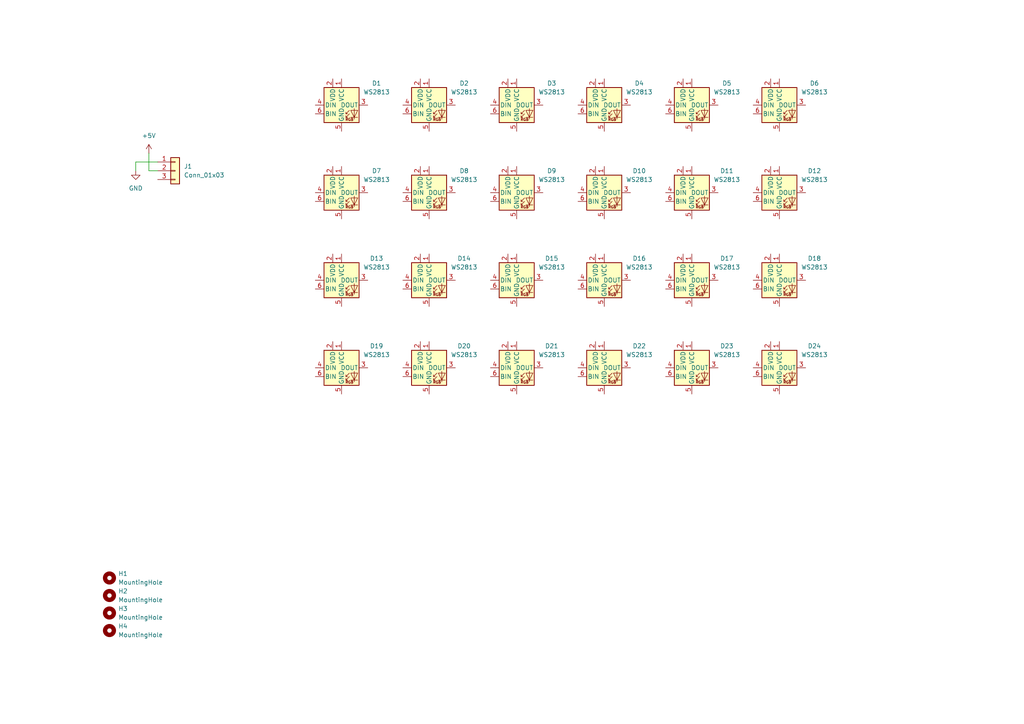
<source format=kicad_sch>
(kicad_sch (version 20231120) (generator "eeschema") (generator_version "8.0")
  (paper "A4")
  (lib_symbols
    (symbol "Connector_Generic:Conn_01x03" (pin_names (offset 1.016) hide)
      (property "Reference" "J" (at 0 5.08 0))
      (property "Value" "Conn_01x03" (at 0 -5.08 0))
      (symbol "Conn_01x03_1_1"
        (rectangle (start -1.27 -2.413) (end 0 -2.667) (stroke (width 0.1524)))
        (rectangle (start -1.27 0.127) (end 0 -0.127) (stroke (width 0.1524)))
        (rectangle (start -1.27 2.667) (end 0 2.413) (stroke (width 0.1524)))
        (rectangle (start -1.27 3.81) (end 1.27 -3.81) (stroke (width 0.254)) (fill (type background)))
        (pin passive line (at -5.08 2.54 0) (length 3.81) (name "Pin_1") (number "1"))
        (pin passive line (at -5.08 0 0) (length 3.81) (name "Pin_2") (number "2"))
        (pin passive line (at -5.08 -2.54 0) (length 3.81) (name "Pin_3") (number "3"))
      )
    )
    (symbol "LED:WS2813" (pin_names (offset 0.254))
      (property "Reference" "D" (at 5.08 5.715 0))
      (property "Value" "WS2813" (at 1.27 -5.715 0))
      (symbol "WS2813_0_0"
        (text "RGB" (at 2.286 -4.191 0) (effects (font (size 0.762 0.762))))
      )
      (symbol "WS2813_0_1"
        (polyline (pts (xy 1.27 -3.556) (xy 1.778 -3.556)))
        (polyline (pts (xy 1.27 -2.54) (xy 1.778 -2.54)))
        (polyline (pts (xy 4.699 -3.556) (xy 2.667 -3.556)))
        (polyline (pts (xy 2.286 -2.54) (xy 1.27 -3.556) (xy 1.27 -3.048)))
        (polyline (pts (xy 2.286 -1.524) (xy 1.27 -2.54) (xy 1.27 -2.032)))
        (polyline (pts (xy 3.683 -1.016) (xy 3.683 -3.556) (xy 3.683 -4.064)))
        (polyline (pts (xy 4.699 -1.524) (xy 2.667 -1.524) (xy 3.683 -3.556) (xy 4.699 -1.524)))
        (rectangle (start 5.08 5.08) (end -5.08 -5.08) (stroke (width 0.254)) (fill (type background)))
      )
      (symbol "WS2813_1_1"
        (pin power_in line (at 0 7.62 270) (length 2.54) (name "VCC") (number "1"))
        (pin power_in line (at -2.54 7.62 270) (length 2.54) (name "VDD") (number "2"))
        (pin output line (at 7.62 0 180) (length 2.54) (name "DOUT") (number "3"))
        (pin input line (at -7.62 0 0) (length 2.54) (name "DIN") (number "4"))
        (pin power_in line (at 0 -7.62 90) (length 2.54) (name "GND") (number "5"))
        (pin input line (at -7.62 -2.54 0) (length 2.54) (name "BIN") (number "6"))
      )
    )
    (symbol "Mechanical:MountingHole" (pin_names (offset 1.016)) (exclude_from_sim yes) (in_bom no)
      (property "Reference" "H" (at 0 5.08 0))
      (property "Value" "MountingHole" (at 0 3.175 0))
      (symbol "MountingHole_0_1"
        (circle (center 0 0) (radius 1.27) (stroke (width 1.27)))
      )
    )
    (symbol "power:+5V" (power) (pin_numbers hide) (pin_names (offset 0) hide)
      (property "Value" "+5V" (at 0 3.556 0))
      (symbol "+5V_0_1"
        (polyline (pts (xy -0.762 1.27) (xy 0 2.54)))
        (polyline (pts (xy 0 0) (xy 0 2.54)))
        (polyline (pts (xy 0 2.54) (xy 0.762 1.27)))
      )
      (symbol "+5V_1_1"
        (pin power_in line (at 0 0 90) (length 0) (name "~") (number "1"))
      )
    )
    (symbol "power:GND" (power) (pin_numbers hide) (pin_names (offset 0) hide)
      (property "Value" "GND" (at 0 -3.81 0))
      (symbol "GND_0_1"
        (polyline (pts (xy 0 0) (xy 0 -1.27) (xy 1.27 -1.27) (xy 0 -2.54) (xy -1.27 -1.27) (xy 0 -1.27)))
      )
      (symbol "GND_1_1"
        (pin power_in line (at 0 0 270) (length 0) (name "~") (number "1"))
      )
    )
  )
  (wire (pts (xy 45.72 49.53) (xy 43.18 49.53)))
  (wire (pts (xy 43.18 49.53) (xy 43.18 44.45)))
  (wire (pts (xy 39.37 46.99) (xy 39.37 49.53)))
  (wire (pts (xy 45.72 46.99) (xy 39.37 46.99)))
  (symbol (lib_id "LED:WS2813") (at 175.26 55.88 0) (unit 1)
    (property "Reference" "D10" (at 185.42 49.5614 0))
    (property "Value" "WS2813" (at 185.42 52.1014 0))
    (property "Footprint" "LED_SMD:LED_WS2812_PLCC6_5.0x5.0mm_P1.6mm" (effects (hide yes)))
    (property "Datasheet" "http://www.normandled.com/upload/201605/WS2813%20LED%20Datasheet.pdf" (effects (hide yes)))
    (property "Description" "RGB LED with integrated controller" (effects (hide yes)))
  )
  (symbol (lib_id "LED:WS2813") (at 149.86 55.88 0) (unit 1)
    (property "Reference" "D9" (at 160.02 49.5614 0))
    (property "Value" "WS2813" (at 160.02 52.1014 0))
    (property "Footprint" "LED_SMD:LED_WS2812_PLCC6_5.0x5.0mm_P1.6mm" (effects (hide yes)))
    (property "Datasheet" "http://www.normandled.com/upload/201605/WS2813%20LED%20Datasheet.pdf" (effects (hide yes)))
    (property "Description" "RGB LED with integrated controller" (effects (hide yes)))
  )
  (symbol (lib_id "LED:WS2813") (at 200.66 55.88 0) (unit 1)
    (property "Reference" "D11" (at 210.82 49.5614 0))
    (property "Value" "WS2813" (at 210.82 52.1014 0))
    (property "Footprint" "LED_SMD:LED_WS2812_PLCC6_5.0x5.0mm_P1.6mm" (effects (hide yes)))
    (property "Datasheet" "http://www.normandled.com/upload/201605/WS2813%20LED%20Datasheet.pdf" (effects (hide yes)))
    (property "Description" "RGB LED with integrated controller" (effects (hide yes)))
  )
  (symbol (lib_id "LED:WS2813") (at 226.06 81.28 0) (unit 1)
    (property "Reference" "D18" (at 236.22 74.9614 0))
    (property "Value" "WS2813" (at 236.22 77.5014 0))
    (property "Footprint" "LED_SMD:LED_WS2812_PLCC6_5.0x5.0mm_P1.6mm" (effects (hide yes)))
    (property "Datasheet" "http://www.normandled.com/upload/201605/WS2813%20LED%20Datasheet.pdf" (effects (hide yes)))
    (property "Description" "RGB LED with integrated controller" (effects (hide yes)))
  )
  (symbol (lib_id "LED:WS2813") (at 226.06 106.68 0) (unit 1)
    (property "Reference" "D24" (at 236.22 100.3614 0))
    (property "Value" "WS2813" (at 236.22 102.9014 0))
    (property "Footprint" "LED_SMD:LED_WS2812_PLCC6_5.0x5.0mm_P1.6mm" (effects (hide yes)))
    (property "Datasheet" "http://www.normandled.com/upload/201605/WS2813%20LED%20Datasheet.pdf" (effects (hide yes)))
    (property "Description" "RGB LED with integrated controller" (effects (hide yes)))
  )
  (symbol (lib_id "LED:WS2813") (at 200.66 106.68 0) (unit 1)
    (property "Reference" "D23" (at 210.82 100.3614 0))
    (property "Value" "WS2813" (at 210.82 102.9014 0))
    (property "Footprint" "LED_SMD:LED_WS2812_PLCC6_5.0x5.0mm_P1.6mm" (effects (hide yes)))
    (property "Datasheet" "http://www.normandled.com/upload/201605/WS2813%20LED%20Datasheet.pdf" (effects (hide yes)))
    (property "Description" "RGB LED with integrated controller" (effects (hide yes)))
  )
  (symbol (lib_id "power:+5V") (at 43.18 44.45 0) (unit 1)
    (property "Reference" "#PWR02" (effects (hide yes)))
    (property "Value" "+5V" (at 43.18 39.37 0))
    (property "Description" "Power symbol creates a global label with name \"+5V\"" (effects (hide yes)))
  )
  (symbol (lib_id "LED:WS2813") (at 149.86 106.68 0) (unit 1)
    (property "Reference" "D21" (at 160.02 100.3614 0))
    (property "Value" "WS2813" (at 160.02 102.9014 0))
    (property "Footprint" "LED_SMD:LED_WS2812_PLCC6_5.0x5.0mm_P1.6mm" (effects (hide yes)))
    (property "Datasheet" "http://www.normandled.com/upload/201605/WS2813%20LED%20Datasheet.pdf" (effects (hide yes)))
    (property "Description" "RGB LED with integrated controller" (effects (hide yes)))
  )
  (symbol (lib_id "LED:WS2813") (at 149.86 30.48 0) (unit 1)
    (property "Reference" "D3" (at 160.02 24.1614 0))
    (property "Value" "WS2813" (at 160.02 26.7014 0))
    (property "Footprint" "LED_SMD:LED_WS2812_PLCC6_5.0x5.0mm_P1.6mm" (effects (hide yes)))
    (property "Datasheet" "http://www.normandled.com/upload/201605/WS2813%20LED%20Datasheet.pdf" (effects (hide yes)))
    (property "Description" "RGB LED with integrated controller" (effects (hide yes)))
  )
  (symbol (lib_id "Connector_Generic:Conn_01x03") (at 50.8 49.53 0) (unit 1)
    (property "Reference" "J1" (at 53.34 48.2599 0) (effects (justify left)))
    (property "Value" "Conn_01x03" (at 53.34 50.7999 0) (effects (justify left)))
    (property "Footprint" "Connector_JST:JST_XH_B3B-XH-A_1x03_P2.50mm_Vertical" (effects (hide yes)))
    (property "Description" "Generic connector, single row, 01x03, script generated (kicad-library-utils/schlib/autogen/connector/)" (effects (hide yes)))
  )
  (symbol (lib_id "LED:WS2813") (at 124.46 106.68 0) (unit 1)
    (property "Reference" "D20" (at 134.62 100.3614 0))
    (property "Value" "WS2813" (at 134.62 102.9014 0))
    (property "Footprint" "LED_SMD:LED_WS2812_PLCC6_5.0x5.0mm_P1.6mm" (effects (hide yes)))
    (property "Datasheet" "http://www.normandled.com/upload/201605/WS2813%20LED%20Datasheet.pdf" (effects (hide yes)))
    (property "Description" "RGB LED with integrated controller" (effects (hide yes)))
  )
  (symbol (lib_id "LED:WS2813") (at 149.86 81.28 0) (unit 1)
    (property "Reference" "D15" (at 160.02 74.9614 0))
    (property "Value" "WS2813" (at 160.02 77.5014 0))
    (property "Footprint" "LED_SMD:LED_WS2812_PLCC6_5.0x5.0mm_P1.6mm" (effects (hide yes)))
    (property "Datasheet" "http://www.normandled.com/upload/201605/WS2813%20LED%20Datasheet.pdf" (effects (hide yes)))
    (property "Description" "RGB LED with integrated controller" (effects (hide yes)))
  )
  (symbol (lib_id "LED:WS2813") (at 99.06 30.48 0) (unit 1)
    (property "Reference" "D1" (at 109.22 24.1614 0))
    (property "Value" "WS2813" (at 109.22 26.7014 0))
    (property "Footprint" "LED_SMD:LED_WS2812_PLCC6_5.0x5.0mm_P1.6mm" (effects (hide yes)))
    (property "Datasheet" "http://www.normandled.com/upload/201605/WS2813%20LED%20Datasheet.pdf" (effects (hide yes)))
    (property "Description" "RGB LED with integrated controller" (effects (hide yes)))
  )
  (symbol (lib_id "Mechanical:MountingHole") (at 31.75 172.72 0) (unit 1) (exclude_from_sim yes) (in_bom no)
    (property "Reference" "H2" (at 34.29 171.4499 0) (effects (justify left)))
    (property "Value" "MountingHole" (at 34.29 173.9899 0) (effects (justify left)))
    (property "Footprint" "tt-custom:MountingHole_5.6mm" (effects (hide yes)))
    (property "Description" "Mounting Hole without connection" (effects (hide yes)))
  )
  (symbol (lib_id "LED:WS2813") (at 99.06 81.28 0) (unit 1)
    (property "Reference" "D13" (at 109.22 74.9614 0))
    (property "Value" "WS2813" (at 109.22 77.5014 0))
    (property "Footprint" "LED_SMD:LED_WS2812_PLCC6_5.0x5.0mm_P1.6mm" (effects (hide yes)))
    (property "Datasheet" "http://www.normandled.com/upload/201605/WS2813%20LED%20Datasheet.pdf" (effects (hide yes)))
    (property "Description" "RGB LED with integrated controller" (effects (hide yes)))
  )
  (symbol (lib_id "LED:WS2813") (at 99.06 106.68 0) (unit 1)
    (property "Reference" "D19" (at 109.22 100.3614 0))
    (property "Value" "WS2813" (at 109.22 102.9014 0))
    (property "Footprint" "LED_SMD:LED_WS2812_PLCC6_5.0x5.0mm_P1.6mm" (effects (hide yes)))
    (property "Datasheet" "http://www.normandled.com/upload/201605/WS2813%20LED%20Datasheet.pdf" (effects (hide yes)))
    (property "Description" "RGB LED with integrated controller" (effects (hide yes)))
  )
  (symbol (lib_id "LED:WS2813") (at 200.66 81.28 0) (unit 1)
    (property "Reference" "D17" (at 210.82 74.9614 0))
    (property "Value" "WS2813" (at 210.82 77.5014 0))
    (property "Footprint" "LED_SMD:LED_WS2812_PLCC6_5.0x5.0mm_P1.6mm" (effects (hide yes)))
    (property "Datasheet" "http://www.normandled.com/upload/201605/WS2813%20LED%20Datasheet.pdf" (effects (hide yes)))
    (property "Description" "RGB LED with integrated controller" (effects (hide yes)))
  )
  (symbol (lib_id "power:GND") (at 39.37 49.53 0) (unit 1)
    (property "Reference" "#PWR01" (effects (hide yes)))
    (property "Value" "GND" (at 39.37 54.61 0))
    (property "Description" "Power symbol creates a global label with name \"GND\" , ground" (effects (hide yes)))
  )
  (symbol (lib_id "LED:WS2813") (at 200.66 30.48 0) (unit 1)
    (property "Reference" "D5" (at 210.82 24.1614 0))
    (property "Value" "WS2813" (at 210.82 26.7014 0))
    (property "Footprint" "LED_SMD:LED_WS2812_PLCC6_5.0x5.0mm_P1.6mm" (effects (hide yes)))
    (property "Datasheet" "http://www.normandled.com/upload/201605/WS2813%20LED%20Datasheet.pdf" (effects (hide yes)))
    (property "Description" "RGB LED with integrated controller" (effects (hide yes)))
  )
  (symbol (lib_id "LED:WS2813") (at 226.06 55.88 0) (unit 1)
    (property "Reference" "D12" (at 236.22 49.5614 0))
    (property "Value" "WS2813" (at 236.22 52.1014 0))
    (property "Footprint" "LED_SMD:LED_WS2812_PLCC6_5.0x5.0mm_P1.6mm" (effects (hide yes)))
    (property "Datasheet" "http://www.normandled.com/upload/201605/WS2813%20LED%20Datasheet.pdf" (effects (hide yes)))
    (property "Description" "RGB LED with integrated controller" (effects (hide yes)))
  )
  (symbol (lib_id "LED:WS2813") (at 124.46 81.28 0) (unit 1)
    (property "Reference" "D14" (at 134.62 74.9614 0))
    (property "Value" "WS2813" (at 134.62 77.5014 0))
    (property "Footprint" "LED_SMD:LED_WS2812_PLCC6_5.0x5.0mm_P1.6mm" (effects (hide yes)))
    (property "Datasheet" "http://www.normandled.com/upload/201605/WS2813%20LED%20Datasheet.pdf" (effects (hide yes)))
    (property "Description" "RGB LED with integrated controller" (effects (hide yes)))
  )
  (symbol (lib_id "LED:WS2813") (at 226.06 30.48 0) (unit 1)
    (property "Reference" "D6" (at 236.22 24.1614 0))
    (property "Value" "WS2813" (at 236.22 26.7014 0))
    (property "Footprint" "LED_SMD:LED_WS2812_PLCC6_5.0x5.0mm_P1.6mm" (effects (hide yes)))
    (property "Datasheet" "http://www.normandled.com/upload/201605/WS2813%20LED%20Datasheet.pdf" (effects (hide yes)))
    (property "Description" "RGB LED with integrated controller" (effects (hide yes)))
  )
  (symbol (lib_id "LED:WS2813") (at 175.26 81.28 0) (unit 1)
    (property "Reference" "D16" (at 185.42 74.9614 0))
    (property "Value" "WS2813" (at 185.42 77.5014 0))
    (property "Footprint" "LED_SMD:LED_WS2812_PLCC6_5.0x5.0mm_P1.6mm" (effects (hide yes)))
    (property "Datasheet" "http://www.normandled.com/upload/201605/WS2813%20LED%20Datasheet.pdf" (effects (hide yes)))
    (property "Description" "RGB LED with integrated controller" (effects (hide yes)))
  )
  (symbol (lib_id "LED:WS2813") (at 124.46 30.48 0) (unit 1)
    (property "Reference" "D2" (at 134.62 24.1614 0))
    (property "Value" "WS2813" (at 134.62 26.7014 0))
    (property "Footprint" "LED_SMD:LED_WS2812_PLCC6_5.0x5.0mm_P1.6mm" (effects (hide yes)))
    (property "Datasheet" "http://www.normandled.com/upload/201605/WS2813%20LED%20Datasheet.pdf" (effects (hide yes)))
    (property "Description" "RGB LED with integrated controller" (effects (hide yes)))
  )
  (symbol (lib_id "LED:WS2813") (at 124.46 55.88 0) (unit 1)
    (property "Reference" "D8" (at 134.62 49.5614 0))
    (property "Value" "WS2813" (at 134.62 52.1014 0))
    (property "Footprint" "LED_SMD:LED_WS2812_PLCC6_5.0x5.0mm_P1.6mm" (effects (hide yes)))
    (property "Datasheet" "http://www.normandled.com/upload/201605/WS2813%20LED%20Datasheet.pdf" (effects (hide yes)))
    (property "Description" "RGB LED with integrated controller" (effects (hide yes)))
  )
  (symbol (lib_id "LED:WS2813") (at 175.26 106.68 0) (unit 1)
    (property "Reference" "D22" (at 185.42 100.3614 0))
    (property "Value" "WS2813" (at 185.42 102.9014 0))
    (property "Footprint" "LED_SMD:LED_WS2812_PLCC6_5.0x5.0mm_P1.6mm" (effects (hide yes)))
    (property "Datasheet" "http://www.normandled.com/upload/201605/WS2813%20LED%20Datasheet.pdf" (effects (hide yes)))
    (property "Description" "RGB LED with integrated controller" (effects (hide yes)))
  )
  (symbol (lib_id "Mechanical:MountingHole") (at 31.75 177.8 0) (unit 1) (exclude_from_sim yes) (in_bom no)
    (property "Reference" "H3" (at 34.29 176.5299 0) (effects (justify left)))
    (property "Value" "MountingHole" (at 34.29 179.0699 0) (effects (justify left)))
    (property "Footprint" "tt-custom:MountingHole_5.6mm" (effects (hide yes)))
    (property "Description" "Mounting Hole without connection" (effects (hide yes)))
  )
  (symbol (lib_id "Mechanical:MountingHole") (at 31.75 167.64 0) (unit 1) (exclude_from_sim yes) (in_bom no)
    (property "Reference" "H1" (at 34.29 166.3699 0) (effects (justify left)))
    (property "Value" "MountingHole" (at 34.29 168.9099 0) (effects (justify left)))
    (property "Footprint" "tt-custom:MountingHole_5.6mm" (effects (hide yes)))
    (property "Description" "Mounting Hole without connection" (effects (hide yes)))
  )
  (symbol (lib_id "LED:WS2813") (at 99.06 55.88 0) (unit 1)
    (property "Reference" "D7" (at 109.22 49.5614 0))
    (property "Value" "WS2813" (at 109.22 52.1014 0))
    (property "Footprint" "LED_SMD:LED_WS2812_PLCC6_5.0x5.0mm_P1.6mm" (effects (hide yes)))
    (property "Datasheet" "http://www.normandled.com/upload/201605/WS2813%20LED%20Datasheet.pdf" (effects (hide yes)))
    (property "Description" "RGB LED with integrated controller" (effects (hide yes)))
  )
  (symbol (lib_id "Mechanical:MountingHole") (at 31.75 182.88 0) (unit 1) (exclude_from_sim yes) (in_bom no)
    (property "Reference" "H4" (at 34.29 181.6099 0) (effects (justify left)))
    (property "Value" "MountingHole" (at 34.29 184.1499 0) (effects (justify left)))
    (property "Footprint" "tt-custom:MountingHole_5.6mm" (effects (hide yes)))
    (property "Description" "Mounting Hole without connection" (effects (hide yes)))
  )
  (symbol (lib_id "LED:WS2813") (at 175.26 30.48 0) (unit 1)
    (property "Reference" "D4" (at 185.42 24.1614 0))
    (property "Value" "WS2813" (at 185.42 26.7014 0))
    (property "Footprint" "LED_SMD:LED_WS2812_PLCC6_5.0x5.0mm_P1.6mm" (effects (hide yes)))
    (property "Datasheet" "http://www.normandled.com/upload/201605/WS2813%20LED%20Datasheet.pdf" (effects (hide yes)))
    (property "Description" "RGB LED with integrated controller" (effects (hide yes)))
  )
)
</source>
